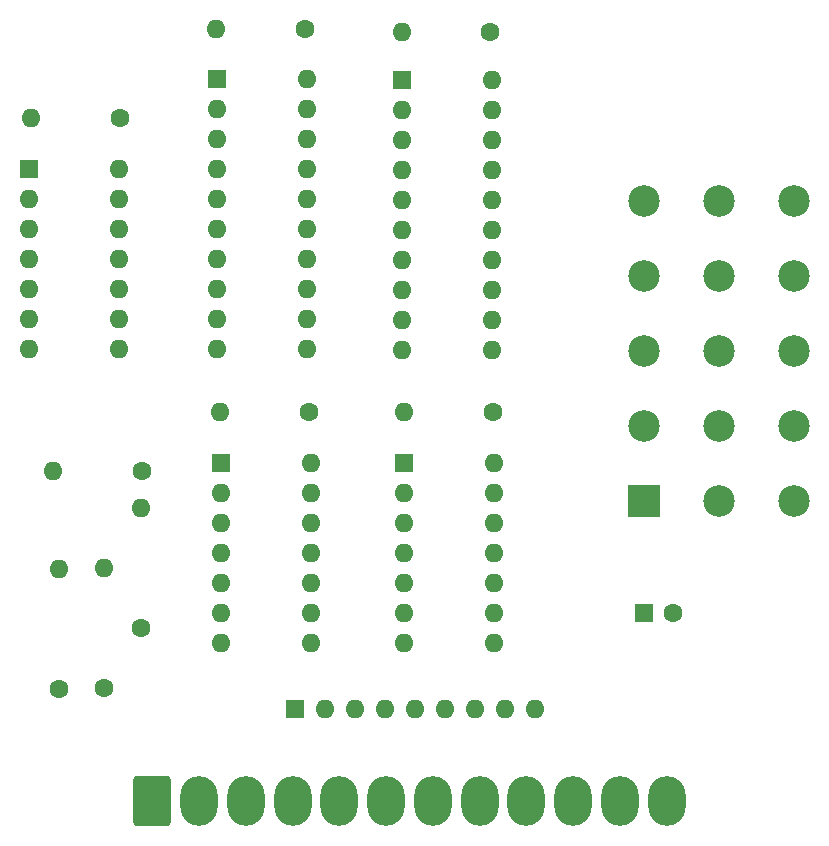
<source format=gbr>
%TF.GenerationSoftware,KiCad,Pcbnew,(6.0.5-0)*%
%TF.CreationDate,2023-12-07T08:40:20-07:00*%
%TF.ProjectId,sega-800-0374,73656761-2d38-4303-902d-303337342e6b,rev?*%
%TF.SameCoordinates,Original*%
%TF.FileFunction,Soldermask,Bot*%
%TF.FilePolarity,Negative*%
%FSLAX46Y46*%
G04 Gerber Fmt 4.6, Leading zero omitted, Abs format (unit mm)*
G04 Created by KiCad (PCBNEW (6.0.5-0)) date 2023-12-07 08:40:20*
%MOMM*%
%LPD*%
G01*
G04 APERTURE LIST*
G04 Aperture macros list*
%AMRoundRect*
0 Rectangle with rounded corners*
0 $1 Rounding radius*
0 $2 $3 $4 $5 $6 $7 $8 $9 X,Y pos of 4 corners*
0 Add a 4 corners polygon primitive as box body*
4,1,4,$2,$3,$4,$5,$6,$7,$8,$9,$2,$3,0*
0 Add four circle primitives for the rounded corners*
1,1,$1+$1,$2,$3*
1,1,$1+$1,$4,$5*
1,1,$1+$1,$6,$7*
1,1,$1+$1,$8,$9*
0 Add four rect primitives between the rounded corners*
20,1,$1+$1,$2,$3,$4,$5,0*
20,1,$1+$1,$4,$5,$6,$7,0*
20,1,$1+$1,$6,$7,$8,$9,0*
20,1,$1+$1,$8,$9,$2,$3,0*%
G04 Aperture macros list end*
%ADD10O,1.600000X1.600000*%
%ADD11R,1.600000X1.600000*%
%ADD12C,1.600000*%
%ADD13C,2.670000*%
%ADD14R,2.670000X2.670000*%
%ADD15O,3.160000X4.200000*%
%ADD16O,3.159999X4.199999*%
%ADD17RoundRect,0.250000X-1.330000X-1.850000X1.330000X-1.850000X1.330000X1.850000X-1.330000X1.850000X0*%
G04 APERTURE END LIST*
D10*
%TO.C,U5*%
X115811500Y-101589000D03*
X115811500Y-104129000D03*
X115811500Y-106669000D03*
X115811500Y-109209000D03*
X115811500Y-111749000D03*
X115811500Y-114289000D03*
X115811500Y-116829000D03*
X108191500Y-116829000D03*
X108191500Y-114289000D03*
X108191500Y-111749000D03*
X108191500Y-109209000D03*
X108191500Y-106669000D03*
X108191500Y-104129000D03*
D11*
X108191500Y-101589000D03*
%TD*%
D10*
%TO.C,C25*%
X108241501Y-97314004D03*
D12*
X115741501Y-97314004D03*
%TD*%
D10*
%TO.C,U3*%
X115711500Y-69214000D03*
X115711500Y-71754000D03*
X115711500Y-74294000D03*
X115711500Y-76834000D03*
X115711500Y-79374000D03*
X115711500Y-81914000D03*
X115711500Y-84454000D03*
X115711500Y-86994000D03*
X115711500Y-89534000D03*
X115711500Y-92074000D03*
X108091500Y-92074000D03*
X108091500Y-89534000D03*
X108091500Y-86994000D03*
X108091500Y-84454000D03*
X108091500Y-81914000D03*
X108091500Y-79374000D03*
X108091500Y-76834000D03*
X108091500Y-74294000D03*
X108091500Y-71754000D03*
D11*
X108091500Y-69214000D03*
%TD*%
D10*
%TO.C,C22*%
X92341507Y-64913993D03*
D12*
X99841507Y-64913993D03*
%TD*%
D10*
%TO.C,C24*%
X92641507Y-97314004D03*
D12*
X100141507Y-97314004D03*
%TD*%
D10*
%TO.C,C4*%
X78541509Y-102313994D03*
D12*
X86041509Y-102313994D03*
%TD*%
D13*
%TO.C,P10*%
X141241501Y-79413989D03*
X134891501Y-79413989D03*
X128541501Y-79413989D03*
X141241501Y-85763989D03*
X134891501Y-85763989D03*
X128541501Y-85763989D03*
X141241501Y-92113989D03*
X134891501Y-92113989D03*
X128541501Y-92113989D03*
X141241501Y-98463989D03*
X134891501Y-98463989D03*
X128541501Y-98463989D03*
X141241501Y-104813989D03*
X134891501Y-104813989D03*
D14*
X128541501Y-104813989D03*
%TD*%
D11*
%TO.C,RN1*%
X98971500Y-122414000D03*
D10*
X101511506Y-122414005D03*
X104051506Y-122414005D03*
X106591506Y-122414005D03*
X109131506Y-122414005D03*
X111671500Y-122414000D03*
X114211500Y-122414000D03*
X116751500Y-122414000D03*
X119291500Y-122414000D03*
%TD*%
D11*
%TO.C,U1*%
X76491500Y-76689000D03*
D10*
X76491500Y-79229000D03*
X76491500Y-81769000D03*
X76491500Y-84309000D03*
X76491500Y-86849000D03*
X76491500Y-89389000D03*
X76491500Y-91929000D03*
X84111500Y-91929000D03*
X84111500Y-89389000D03*
X84111500Y-86849000D03*
X84111500Y-84309000D03*
X84111500Y-81769000D03*
X84111500Y-79229000D03*
X84111500Y-76689000D03*
%TD*%
%TO.C,C23*%
X108041501Y-65113992D03*
D12*
X115541501Y-65113992D03*
%TD*%
D10*
%TO.C,R1*%
X85991497Y-105434003D03*
D12*
X85991497Y-115594003D03*
%TD*%
D10*
%TO.C,R2*%
X78991511Y-110554008D03*
D12*
X78991511Y-120714008D03*
%TD*%
%TO.C,C1*%
X84141500Y-72414000D03*
D10*
X76641500Y-72414000D03*
%TD*%
D11*
%TO.C,U2*%
X92391500Y-69089000D03*
D10*
X92391500Y-71629000D03*
X92391500Y-74169000D03*
X92391500Y-76709000D03*
X92391500Y-79249000D03*
X92391500Y-81789000D03*
X92391500Y-84329000D03*
X92391500Y-86869000D03*
X92391500Y-89409000D03*
X92391500Y-91949000D03*
X100011500Y-91949000D03*
X100011500Y-89409000D03*
X100011500Y-86869000D03*
X100011500Y-84329000D03*
X100011500Y-81789000D03*
X100011500Y-79249000D03*
X100011500Y-76709000D03*
X100011500Y-74169000D03*
X100011500Y-71629000D03*
X100011500Y-69089000D03*
%TD*%
D12*
%TO.C,C3*%
X131038849Y-114313995D03*
D11*
X128538849Y-114313995D03*
%TD*%
D15*
%TO.C,P30*%
X130471510Y-130239008D03*
X126511510Y-130239008D03*
X122551510Y-130239008D03*
X118591510Y-130239008D03*
D16*
X114631521Y-130239008D03*
X110671508Y-130239008D03*
X106711521Y-130239008D03*
X102751509Y-130239008D03*
D15*
X98791510Y-130239008D03*
X94831510Y-130239008D03*
X90871510Y-130239008D03*
D17*
X86911510Y-130239008D03*
%TD*%
D10*
%TO.C,U4*%
X100311500Y-101614000D03*
X100311500Y-104154000D03*
X100311500Y-106694000D03*
X100311500Y-109234000D03*
X100311500Y-111774000D03*
X100311500Y-114314000D03*
X100311500Y-116854000D03*
X92691500Y-116854000D03*
X92691500Y-114314000D03*
X92691500Y-111774000D03*
X92691500Y-109234000D03*
X92691500Y-106694000D03*
X92691500Y-104154000D03*
D11*
X92691509Y-101613995D03*
%TD*%
D10*
%TO.C,R3*%
X82791503Y-110533993D03*
D12*
X82791503Y-120693993D03*
%TD*%
M02*

</source>
